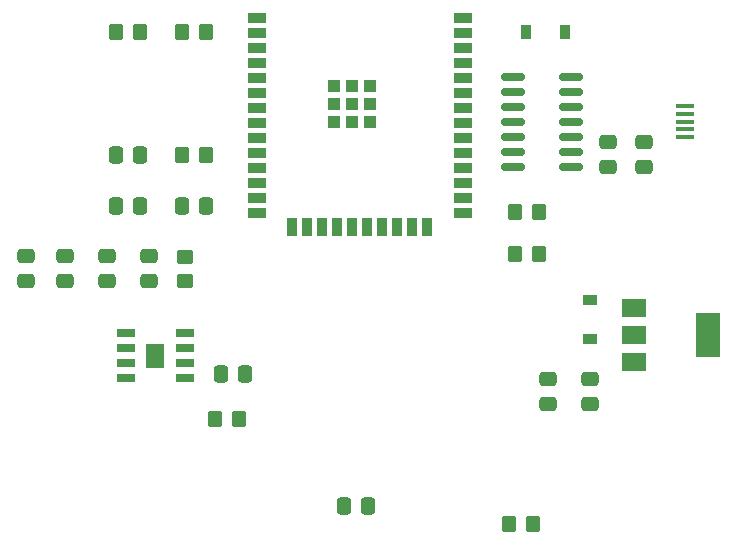
<source format=gtp>
G04 #@! TF.GenerationSoftware,KiCad,Pcbnew,(6.0.10-0)*
G04 #@! TF.CreationDate,2023-03-08T15:24:42-06:00*
G04 #@! TF.ProjectId,v0.0,76302e30-2e6b-4696-9361-645f70636258,rev?*
G04 #@! TF.SameCoordinates,Original*
G04 #@! TF.FileFunction,Paste,Top*
G04 #@! TF.FilePolarity,Positive*
%FSLAX46Y46*%
G04 Gerber Fmt 4.6, Leading zero omitted, Abs format (unit mm)*
G04 Created by KiCad (PCBNEW (6.0.10-0)) date 2023-03-08 15:24:42*
%MOMM*%
%LPD*%
G01*
G04 APERTURE LIST*
G04 Aperture macros list*
%AMRoundRect*
0 Rectangle with rounded corners*
0 $1 Rounding radius*
0 $2 $3 $4 $5 $6 $7 $8 $9 X,Y pos of 4 corners*
0 Add a 4 corners polygon primitive as box body*
4,1,4,$2,$3,$4,$5,$6,$7,$8,$9,$2,$3,0*
0 Add four circle primitives for the rounded corners*
1,1,$1+$1,$2,$3*
1,1,$1+$1,$4,$5*
1,1,$1+$1,$6,$7*
1,1,$1+$1,$8,$9*
0 Add four rect primitives between the rounded corners*
20,1,$1+$1,$2,$3,$4,$5,0*
20,1,$1+$1,$4,$5,$6,$7,0*
20,1,$1+$1,$6,$7,$8,$9,0*
20,1,$1+$1,$8,$9,$2,$3,0*%
G04 Aperture macros list end*
%ADD10R,1.567800X2.101200*%
%ADD11R,1.505000X0.802000*%
%ADD12RoundRect,0.250000X-0.337500X-0.475000X0.337500X-0.475000X0.337500X0.475000X-0.337500X0.475000X0*%
%ADD13RoundRect,0.250000X0.337500X0.475000X-0.337500X0.475000X-0.337500X-0.475000X0.337500X-0.475000X0*%
%ADD14RoundRect,0.250000X-0.350000X-0.450000X0.350000X-0.450000X0.350000X0.450000X-0.350000X0.450000X0*%
%ADD15RoundRect,0.250000X-0.475000X0.337500X-0.475000X-0.337500X0.475000X-0.337500X0.475000X0.337500X0*%
%ADD16RoundRect,0.150000X-0.825000X-0.150000X0.825000X-0.150000X0.825000X0.150000X-0.825000X0.150000X0*%
%ADD17RoundRect,0.250000X-0.450000X0.350000X-0.450000X-0.350000X0.450000X-0.350000X0.450000X0.350000X0*%
%ADD18R,0.900000X1.200000*%
%ADD19RoundRect,0.250000X0.350000X0.450000X-0.350000X0.450000X-0.350000X-0.450000X0.350000X-0.450000X0*%
%ADD20R,1.050000X1.050000*%
%ADD21R,1.500000X0.900000*%
%ADD22R,0.900000X1.500000*%
%ADD23R,1.200000X0.900000*%
%ADD24R,2.000000X3.800000*%
%ADD25R,2.000000X1.500000*%
%ADD26R,1.500000X0.450000*%
G04 APERTURE END LIST*
D10*
X128016000Y-87884000D03*
D11*
X125518500Y-89789000D03*
X125518500Y-88519000D03*
X125518500Y-87249000D03*
X125518500Y-85979000D03*
X130513500Y-85979000D03*
X130513500Y-87249000D03*
X130513500Y-88519000D03*
X130513500Y-89789000D03*
D12*
X133582500Y-89408000D03*
X135657500Y-89408000D03*
D13*
X146071500Y-100584000D03*
X143996500Y-100584000D03*
D14*
X130318000Y-70866000D03*
X132318000Y-70866000D03*
D15*
X164846000Y-89894500D03*
X164846000Y-91969500D03*
X166370000Y-69828500D03*
X166370000Y-71903500D03*
X123952000Y-79480500D03*
X123952000Y-81555500D03*
D16*
X158307000Y-64262000D03*
X158307000Y-65532000D03*
X158307000Y-66802000D03*
X158307000Y-68072000D03*
X158307000Y-69342000D03*
X158307000Y-70612000D03*
X158307000Y-71882000D03*
X163257000Y-71882000D03*
X163257000Y-70612000D03*
X163257000Y-69342000D03*
X163257000Y-68072000D03*
X163257000Y-66802000D03*
X163257000Y-65532000D03*
X163257000Y-64262000D03*
D15*
X117094000Y-79480500D03*
X117094000Y-81555500D03*
D17*
X130556000Y-79518000D03*
X130556000Y-81518000D03*
D15*
X169418000Y-69828500D03*
X169418000Y-71903500D03*
D18*
X159386000Y-60452000D03*
X162686000Y-60452000D03*
D19*
X160512000Y-75692000D03*
X158512000Y-75692000D03*
D13*
X132355500Y-75184000D03*
X130280500Y-75184000D03*
D15*
X161290000Y-89894500D03*
X161290000Y-91969500D03*
D13*
X126767500Y-75184000D03*
X124692500Y-75184000D03*
D19*
X135112000Y-93218000D03*
X133112000Y-93218000D03*
D14*
X130318000Y-60452000D03*
X132318000Y-60452000D03*
D20*
X146195000Y-66605000D03*
X143145000Y-68130000D03*
X144670000Y-65080000D03*
X143145000Y-66605000D03*
X146195000Y-65080000D03*
X144670000Y-68130000D03*
X144670000Y-66605000D03*
X143145000Y-65080000D03*
X146195000Y-68130000D03*
D21*
X154100000Y-59265000D03*
X154100000Y-60535000D03*
X154100000Y-61805000D03*
X154100000Y-63075000D03*
X154100000Y-64345000D03*
X154100000Y-65615000D03*
X154100000Y-66885000D03*
X154100000Y-68155000D03*
X154100000Y-69425000D03*
X154100000Y-70695000D03*
X154100000Y-71965000D03*
X154100000Y-73235000D03*
X154100000Y-74505000D03*
X154100000Y-75775000D03*
D22*
X151070000Y-77025000D03*
X149800000Y-77025000D03*
X148530000Y-77025000D03*
X147260000Y-77025000D03*
X145990000Y-77025000D03*
X144720000Y-77025000D03*
X143450000Y-77025000D03*
X142180000Y-77025000D03*
X140910000Y-77025000D03*
X139640000Y-77025000D03*
D21*
X136600000Y-75775000D03*
X136600000Y-74505000D03*
X136600000Y-73235000D03*
X136600000Y-71965000D03*
X136600000Y-70695000D03*
X136600000Y-69425000D03*
X136600000Y-68155000D03*
X136600000Y-66885000D03*
X136600000Y-65615000D03*
X136600000Y-64345000D03*
X136600000Y-63075000D03*
X136600000Y-61805000D03*
X136600000Y-60535000D03*
X136600000Y-59265000D03*
D15*
X120396000Y-79480500D03*
X120396000Y-81555500D03*
D19*
X160512000Y-79248000D03*
X158512000Y-79248000D03*
D23*
X164846000Y-83186000D03*
X164846000Y-86486000D03*
D19*
X126730000Y-60452000D03*
X124730000Y-60452000D03*
D24*
X174854000Y-86106000D03*
D25*
X168554000Y-88406000D03*
X168554000Y-86106000D03*
X168554000Y-83806000D03*
D13*
X126767500Y-70866000D03*
X124692500Y-70866000D03*
D15*
X127508000Y-79480500D03*
X127508000Y-81555500D03*
D14*
X160004000Y-102108000D03*
X158004000Y-102108000D03*
D26*
X172911000Y-69372000D03*
X172911000Y-68722000D03*
X172911000Y-68072000D03*
X172911000Y-67422000D03*
X172911000Y-66772000D03*
M02*

</source>
